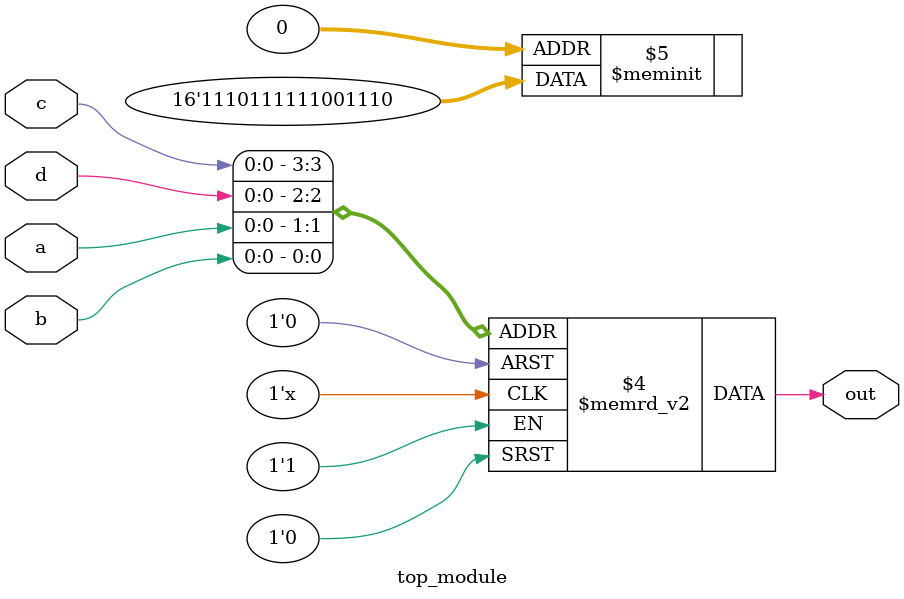
<source format=sv>
module top_module (
    input a, 
    input b,
    input c,
    input d,
    output reg out
);

always @(*) begin
    case ({c, d, a, b})
        4'b0001, 4'b0011, 4'b0111, 4'b1010, 4'b1011, 4'b1101, 4'b1110, 4'b1111: out = 1;
        4'b0010, 4'b0110, 4'b1000, 4'b1001: out = 1;  // d-don't-cares chosen as 1 for simplicity
        default: out = 0;
    endcase
end

endmodule

</source>
